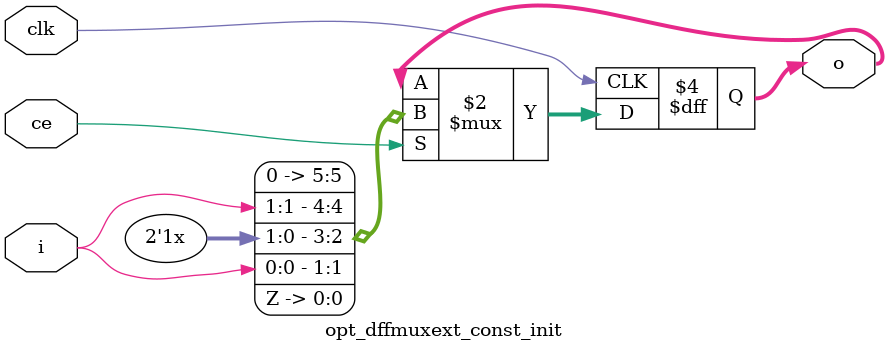
<source format=v>
module opt_dffmuxext_const_init(input clk, ce, input [1:0] i, (* init=6'b0x00x1 *) output reg [5:0] o);
    always @(posedge clk) if (ce) o <= {1'b0, i[1], 2'b1x, i[0], 1'bz};
endmodule

</source>
